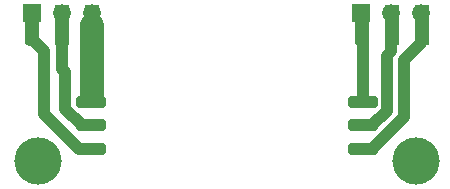
<source format=gtl>
G04*
G04 #@! TF.GenerationSoftware,Altium Limited,Altium Designer,24.4.1 (13)*
G04*
G04 Layer_Physical_Order=1*
G04 Layer_Color=255*
%FSLAX44Y44*%
%MOMM*%
G71*
G04*
G04 #@! TF.SameCoordinates,B4241BF7-B4BF-4A5F-9E04-4B0AE47491D2*
G04*
G04*
G04 #@! TF.FilePolarity,Positive*
G04*
G01*
G75*
G04:AMPARAMS|DCode=13|XSize=2.54mm|YSize=1mm|CornerRadius=0.25mm|HoleSize=0mm|Usage=FLASHONLY|Rotation=0.000|XOffset=0mm|YOffset=0mm|HoleType=Round|Shape=RoundedRectangle|*
%AMROUNDEDRECTD13*
21,1,2.5400,0.5000,0,0,0.0*
21,1,2.0400,1.0000,0,0,0.0*
1,1,0.5000,1.0200,-0.2500*
1,1,0.5000,-1.0200,-0.2500*
1,1,0.5000,-1.0200,0.2500*
1,1,0.5000,1.0200,0.2500*
%
%ADD13ROUNDEDRECTD13*%
%ADD14R,1.2000X3.5000*%
G04:AMPARAMS|DCode=15|XSize=1.2mm|YSize=3.5mm|CornerRadius=0.3mm|HoleSize=0mm|Usage=FLASHONLY|Rotation=0.000|XOffset=0mm|YOffset=0mm|HoleType=Round|Shape=RoundedRectangle|*
%AMROUNDEDRECTD15*
21,1,1.2000,2.9000,0,0,0.0*
21,1,0.6000,3.5000,0,0,0.0*
1,1,0.6000,0.3000,-1.4500*
1,1,0.6000,-0.3000,-1.4500*
1,1,0.6000,-0.3000,1.4500*
1,1,0.6000,0.3000,1.4500*
%
%ADD15ROUNDEDRECTD15*%
%ADD22C,1.0000*%
%ADD23C,2.0000*%
%ADD24R,1.5000X1.5000*%
%ADD25C,1.5000*%
%ADD26C,4.0000*%
D13*
X425000Y150000D02*
D03*
Y170000D02*
D03*
Y190000D02*
D03*
X195000Y150000D02*
D03*
Y170000D02*
D03*
Y190000D02*
D03*
D14*
X450000Y255000D02*
D03*
X475400D02*
D03*
X170000D02*
D03*
X195400D02*
D03*
D15*
X424600D02*
D03*
X144600D02*
D03*
D22*
X449000Y254000D02*
X450000Y255000D01*
X445000Y182300D02*
Y229038D01*
X449000Y233038D02*
Y254000D01*
X445000Y229038D02*
X449000Y233038D01*
X432700Y170000D02*
X445000Y182300D01*
X155000Y180000D02*
Y233100D01*
X185000Y150000D02*
X195000D01*
X155000Y180000D02*
X185000Y150000D01*
X145000Y243100D02*
X155000Y233100D01*
X474400Y254000D02*
X475400Y255000D01*
X474400Y239400D02*
Y254000D01*
X460000Y177300D02*
Y225000D01*
X474400Y239400D01*
X432700Y150000D02*
X460000Y177300D01*
X425000Y170000D02*
X432700D01*
X424800Y254800D02*
X425000Y255000D01*
X424800Y190000D02*
Y254800D01*
Y190000D02*
X425000D01*
X170000Y218090D02*
X173158Y214932D01*
X170000Y218090D02*
Y255000D01*
X173158Y184142D02*
X187300Y170000D01*
X173158Y184142D02*
Y214932D01*
X187300Y170000D02*
X195000D01*
D23*
X195400Y195000D02*
Y255000D01*
D24*
X423800Y265000D02*
D03*
X144600D02*
D03*
D25*
X449200D02*
D03*
X474600D02*
D03*
X170000D02*
D03*
X195400D02*
D03*
D26*
X470000Y140000D02*
D03*
X150000D02*
D03*
M02*

</source>
